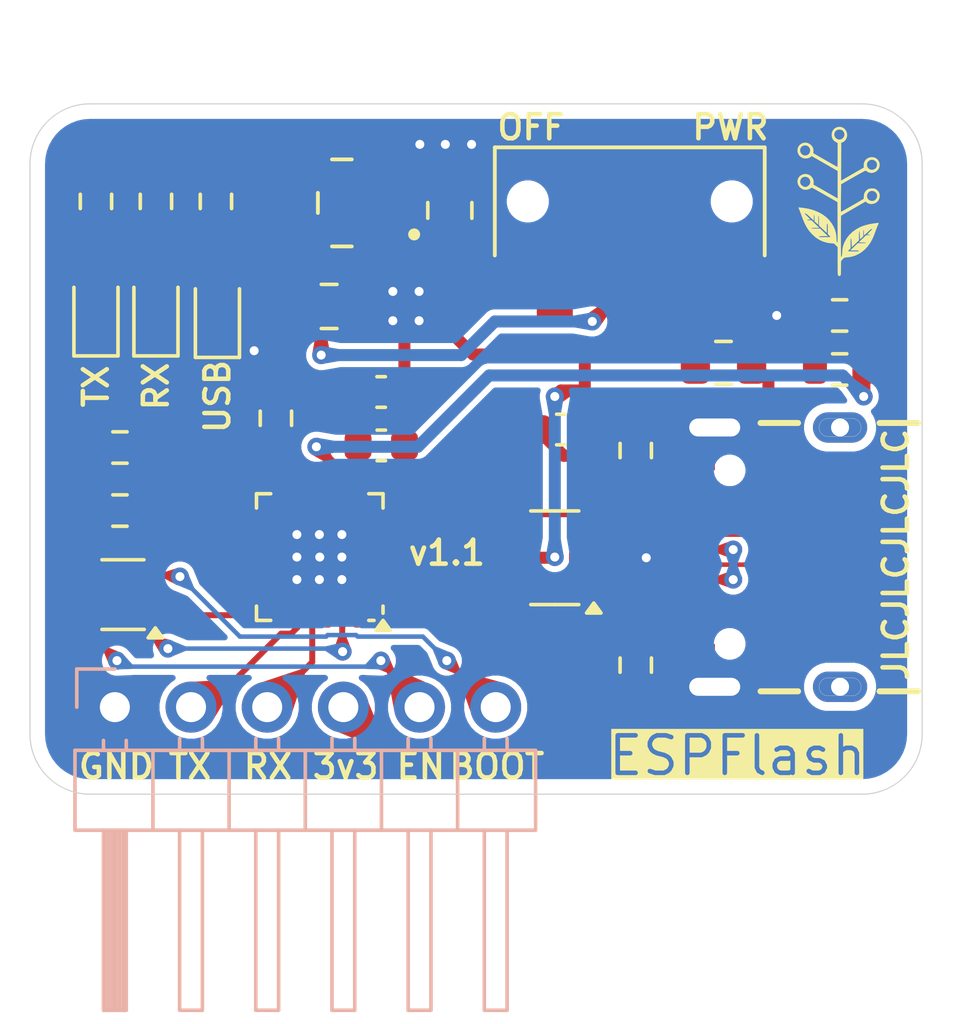
<source format=kicad_pcb>
(kicad_pcb (version 20241229) (generator "pcbnew") (generator_version "9.0")
  (title_block (date "2025-03-20") (company "Wattle Labs"))
  (layers (0 "F.Cu" signal "Front") (2 "B.Cu" signal "Back") (13 "F.Paste" user) (15 "B.Paste" user) (5 "F.SilkS" user "F.Silkscreen") (7 "B.SilkS" user "B.Silkscreen") (1 "F.Mask" user) (3 "B.Mask" user) (25 "Edge.Cuts" user))
  (property "DESIGNER" "Colin Williams")
  (property "PROJECT" "YAOEF (Yet Another Open ESP Flasher)")
  (property "STATUS" "PROTOTYPE")
  (net 0 "")
  (net 1 "GND")
  (net 2 "+5V")
  (net 3 "+3.3V")
  (net 4 "/USB to Serial Converter/LED_TX")
  (net 5 "Net-(D2-A)")
  (net 6 "Net-(D3-A)")
  (net 7 "/USB to Serial Converter/LED_RX")
  (net 8 "/USB C Connector/USB_5+")
  (net 9 "/USB to Serial Converter/ENABLE")
  (net 10 "/USB to Serial Converter/ESP_RX")
  (net 11 "/USB to Serial Converter/BOOT")
  (net 12 "/USB to Serial Converter/ESP_TX")
  (net 13 "Net-(Q1B-B2)")
  (net 14 "/USB to Serial Converter/RTS")
  (net 15 "/USB to Serial Converter/DTR")
  (net 16 "Net-(Q1A-B1)")
  (net 17 "Net-(D1-A)")
  (net 18 "Net-(J1-CC1)")
  (net 19 "Net-(J1-CC2)")
  (net 20 "Net-(U3-~{RST})")
  (net 21 "/USB C Connector/USB_DIN+")
  (net 22 "/USB C Connector/USB_DIN-")
  (net 30 "unconnected-(U3-~{DSR}-Pad22)")
  (net 34 "Net-(U3-VBUS)")
  (net 39 "/3.3V DC Power/ESPFLASH_PWR")
  (footprint "Fuse:Fuse_0805_2012Metric" (layer "F.Cu") (at 60.125 29.875 180)
    (property "Reference" "F1" (hide yes))
    (property "Value" "6V 500mA")
    (pad "1" smd roundrect (at -0.937501 0 180) (size 0.975 1.4) (layers "F.Cu" "F.Mask" "F.Paste") (net 8 "/USB C Connector/USB_5+"))
    (pad "2" smd roundrect (at 0.937501 0 180) (size 0.975 1.4) (layers "F.Cu" "F.Mask" "F.Paste") (net 2 "+5V"))
  )
  (footprint "LED_SMD:LED_0603_1608Metric" (layer "F.Cu") (at 43.249999 28.212499 90)
    (property "Reference" "D1")
    (property "Value" "POWER" (hide yes))
    (property "Silk" "USB" (at -2.787501 0 90) (layer "F.SilkS") (effects (font (size 0.8 0.8))))
    (pad "1" smd roundrect (at -0.787501 0 90) (size 0.875 0.95) (layers "F.Cu" "F.Mask" "F.Paste") (net 1 "GND"))
    (pad "2" smd roundrect (at 0.787501 0 90) (size 0.875 0.95) (layers "F.Cu" "F.Mask" "F.Paste") (net 17 "Net-(D1-A)"))
  )
  (footprint "Wattle_Switches:SW_JS102011SAQN" (layer "F.Cu") (at 57 24.5 180)
    (property "Reference" "S1" (hide yes))
    (property "Value" "JS102011SAQN")
    (pad "" np_thru_hole circle (at -3.4 0 180) (size 1 1) (drill 1) (layers "*.Cu" "*.Mask"))
    (pad "" np_thru_hole circle (at 3.4 0 180) (size 1 1) (drill 1) (layers "*.Cu" "*.Mask"))
    (pad "1" smd rect (at -2.5 -2.75 180) (size 1.2 2.5) (layers "F.Cu" "F.Mask" "F.Paste") (net 39 "/3.3V DC Power/ESPFLASH_PWR"))
    (pad "2" smd rect (at 0 -2.75 180) (size 1.2 2.5) (layers "F.Cu" "F.Mask" "F.Paste") (net 3 "+3.3V"))
    (pad "3" smd rect (at 2.5 -2.75 180) (size 1.2 2.5) (layers "F.Cu" "F.Mask" "F.Paste"))
  )
  (footprint "Resistor_SMD:R_0603_1608Metric" (layer "F.Cu") (at 64 28.3)
    (property "Reference" "R10" (hide yes))
    (property "Value" "47k5")
    (pad "1" smd roundrect (at -0.825 0) (size 0.8 0.95) (layers "F.Cu" "F.Mask" "F.Paste") (net 1 "GND"))
    (pad "2" smd roundrect (at 0.825 0) (size 0.8 0.95) (layers "F.Cu" "F.Mask" "F.Paste") (net 34 "Net-(U3-VBUS)"))
  )
  (footprint "LED_SMD:LED_0603_1608Metric" (layer "F.Cu") (at 41.2 28.162498 90)
    (property "Reference" "D3")
    (property "Value" "RX" (at -2.5 0 90) (layer "F.SilkS") (effects (font (size 0.8 0.8))))
    (pad "1" smd roundrect (at -0.787501 0 90) (size 0.875 0.95) (layers "F.Cu" "F.Mask" "F.Paste") (net 7 "/USB to Serial Converter/LED_RX"))
    (pad "2" smd roundrect (at 0.787501 0 90) (size 0.875 0.95) (layers "F.Cu" "F.Mask" "F.Paste") (net 6 "Net-(D3-A)"))
  )
  (footprint "Resistor_SMD:R_0603_1608Metric" (layer "F.Cu") (at 57.2 32.8 90)
    (property "Reference" "R3" (hide yes))
    (property "Value" "5k1")
    (pad "1" smd roundrect (at -0.825 0 90) (size 0.8 0.95) (layers "F.Cu" "F.Mask" "F.Paste") (net 19 "Net-(J1-CC2)"))
    (pad "2" smd roundrect (at 0.825 0 90) (size 0.8 0.95) (layers "F.Cu" "F.Mask" "F.Paste") (net 1 "GND"))
  )
  (footprint "Resistor_SMD:R_0603_1608Metric" (layer "F.Cu") (at 40 34.8)
    (property "Reference" "R7" (hide yes))
    (property "Value" "10k")
    (pad "1" smd roundrect (at -0.825 0) (size 0.8 0.95) (layers "F.Cu" "F.Mask" "F.Paste") (net 15 "/USB to Serial Converter/DTR"))
    (pad "2" smd roundrect (at 0.825 0) (size 0.8 0.95) (layers "F.Cu" "F.Mask" "F.Paste") (net 16 "Net-(Q1A-B1)"))
  )
  (footprint "Package_TO_SOT_SMD:SOT-363_SC-70-6" (layer "F.Cu") (at 40.1 37.6 180)
    (property "Reference" "Q1" (hide yes))
    (property "Value" "MMDT3904")
    (pad "1" smd roundrect (at -0.95 -0.65 180) (size 0.65 0.4) (layers "F.Cu" "F.Mask" "F.Paste") (net 14 "/USB to Serial Converter/RTS"))
    (pad "2" smd roundrect (at -0.949999 0 180) (size 0.65 0.4) (layers "F.Cu" "F.Mask" "F.Paste") (net 16 "Net-(Q1A-B1)"))
    (pad "3" smd roundrect (at -0.95 0.65 180) (size 0.65 0.4) (layers "F.Cu" "F.Mask" "F.Paste") (net 11 "/USB to Serial Converter/BOOT"))
    (pad "4" smd roundrect (at 0.95 0.65 180) (size 0.65 0.4) (layers "F.Cu" "F.Mask" "F.Paste") (net 15 "/USB to Serial Converter/DTR"))
    (pad "5" smd roundrect (at 0.949999 0 180) (size 0.65 0.4) (layers "F.Cu" "F.Mask" "F.Paste") (net 13 "Net-(Q1B-B2)"))
    (pad "6" smd roundrect (at 0.95 -0.65 180) (size 0.65 0.4) (layers "F.Cu" "F.Mask" "F.Paste") (net 9 "/USB to Serial Converter/ENABLE"))
  )
  (footprint "Capacitor_SMD:C_0603_1608Metric" (layer "F.Cu") (at 48.71 30.85)
    (property "Reference" "C4" (hide yes))
    (property "Value" "4.7u")
    (pad "1" smd roundrect (at -0.775 0) (size 0.9 0.95) (layers "F.Cu" "F.Mask" "F.Paste") (net 3 "+3.3V"))
    (pad "2" smd roundrect (at 0.775 0) (size 0.9 0.95) (layers "F.Cu" "F.Mask" "F.Paste") (net 1 "GND"))
  )
  (footprint "LED_SMD:LED_0603_1608Metric" (layer "F.Cu") (at 39.199999 28.1625 90)
    (property "Reference" "D2")
    (property "Value" "TX" (at -2.5 0 90) (layer "F.SilkS") (effects (font (size 0.8 0.8))))
    (pad "1" smd roundrect (at -0.787501 0 90) (size 0.875 0.95) (layers "F.Cu" "F.Mask" "F.Paste") (net 4 "/USB to Serial Converter/LED_TX"))
    (pad "2" smd roundrect (at 0.787501 0 90) (size 0.875 0.95) (layers "F.Cu" "F.Mask" "F.Paste") (net 5 "Net-(D2-A)"))
  )
  (footprint "Resistor_SMD:R_0603_1608Metric" (layer "F.Cu") (at 41.200001 24.5 90)
    (property "Reference" "R6" (hide yes))
    (property "Value" "1k")
    (pad "1" smd roundrect (at -0.825 0 90) (size 0.8 0.95) (layers "F.Cu" "F.Mask" "F.Paste") (net 6 "Net-(D3-A)"))
    (pad "2" smd roundrect (at 0.825 0 90) (size 0.8 0.95) (layers "F.Cu" "F.Mask" "F.Paste") (net 3 "+3.3V"))
  )
  (footprint "Capacitor_SMD:C_0603_1608Metric" (layer "F.Cu") (at 48.715 32.63)
    (property "Reference" "C5" (hide yes))
    (property "Value" "100n")
    (pad "1" smd roundrect (at -0.775 0) (size 0.9 0.95) (layers "F.Cu" "F.Mask" "F.Paste") (net 3 "+3.3V"))
    (pad "2" smd roundrect (at 0.775 0) (size 0.9 0.95) (layers "F.Cu" "F.Mask" "F.Paste") (net 1 "GND"))
  )
  (footprint "LOGO" (layer "F.Cu") (at 64 24.5)
    (property "Reference" "G***" (hide yes))
    (property "Value" "LOGO" (hide yes))
  )
  (footprint "Resistor_SMD:R_0603_1608Metric" (layer "F.Cu") (at 57.2 39.95 -90)
    (property "Reference" "R2" (hide yes))
    (property "Value" "5k1")
    (pad "1" smd roundrect (at -0.825 0 270) (size 0.8 0.95) (layers "F.Cu" "F.Mask" "F.Paste") (net 18 "Net-(J1-CC1)"))
    (pad "2" smd roundrect (at 0.825 0 270) (size 0.8 0.95) (layers "F.Cu" "F.Mask" "F.Paste") (net 1 "GND"))
  )
  (footprint "Capacitor_SMD:C_0805_2012Metric" (layer "F.Cu") (at 46.975 28)
    (property "Reference" "C2" (hide yes))
    (property "Value" "10u")
    (pad "1" smd roundrect (at -0.95 0) (size 1 1.45) (layers "F.Cu" "F.Mask" "F.Paste") (net 3 "+3.3V"))
    (pad "2" smd roundrect (at 0.95 0) (size 1 1.45) (layers "F.Cu" "F.Mask" "F.Paste") (net 1 "GND"))
  )
  (footprint "Wattle_Regulators:TLV75533PDBVR" (layer "F.Cu") (at 47.4 24.55 180)
    (property "Reference" "U1" (hide yes))
    (property "Value" "TLV75533PDBVR")
    (pad "1" smd roundrect (at -1.255 -0.949999 180) (size 1.21 0.59) (layers "F.Cu" "F.Mask" "F.Paste") (net 2 "+5V"))
    (pad "2" smd roundrect (at -1.255 0 180) (size 1.21 0.59) (layers "F.Cu" "F.Mask" "F.Paste") (net 1 "GND"))
    (pad "3" smd roundrect (at -1.255 0.949999 180) (size 1.21 0.59) (layers "F.Cu" "F.Mask" "F.Paste") (net 2 "+5V"))
    (pad "4" smd roundrect (at 1.255 0.949999 180) (size 1.21 0.59) (layers "F.Cu" "F.Mask" "F.Paste"))
    (pad "5" smd roundrect (at 1.255 -0.949999 180) (size 1.21 0.59) (layers "F.Cu" "F.Mask" "F.Paste") (net 3 "+3.3V"))
  )
  (footprint "Wattle_Connectors:GCT_USB4105-GF-A-120" (layer "F.Cu") (at 64.0125 36.3525 90)
    (property "Reference" "J1" (hide yes))
    (property "Value" "USB-C-16P (USB 2.0 only)")
    (fp_line (start 4.62 -0.4) (end 4.62 0.4) (stroke (width 0.01)) (layer "Edge.Cuts"))
    (fp_line (start -4.02 -0.4) (end -4.02 0.4) (stroke (width 0.01)) (layer "Edge.Cuts"))
    (fp_line (start 4.02 0.4) (end 4.02 -0.4) (stroke (width 0.01)) (layer "Edge.Cuts"))
    (fp_line (start -4.62 0.4) (end -4.62 -0.4) (stroke (width 0.01)) (layer "Edge.Cuts"))
    (fp_arc (start 4.32 -0.7) (mid 4.532132 -0.612132) (end 4.62 -0.4) (stroke (width 0.01)) (layer "Edge.Cuts"))
    (fp_arc (start -4.32 -0.7) (mid -4.107868 -0.612132) (end -4.02 -0.4) (stroke (width 0.01)) (layer "Edge.Cuts"))
    (fp_arc (start 4.02 -0.4) (mid 4.107868 -0.612132) (end 4.32 -0.7) (stroke (width 0.01)) (layer "Edge.Cuts"))
    (fp_arc (start -4.62 -0.4) (mid -4.532132 -0.612132) (end -4.32 -0.7) (stroke (width 0.01)) (layer "Edge.Cuts"))
    (fp_arc (start 4.62 0.4) (mid 4.532132 0.612132) (end 4.32 0.7) (stroke (width 0.01)) (layer "Edge.Cuts"))
    (fp_arc (start -4.02 0.4) (mid -4.107868 0.612132) (end -4.32 0.7) (stroke (width 0.01)) (layer "Edge.Cuts"))
    (fp_arc (start 4.32 0.7) (mid 4.107868 0.612132) (end 4.02 0.4) (stroke (width 0.01)) (layer "Edge.Cuts"))
    (fp_arc (start -4.32 0.7) (mid -4.532132 0.612132) (end -4.62 0.4) (stroke (width 0.01)) (layer "Edge.Cuts"))
    (pad "" thru_hole custom (at -4.32 0 90) (size 1 1) (drill 0.6) (layers "*.Cu" "*.Mask") (options (clearance outline) (anchor circle)) (primitives (gr_poly (pts (xy -0.5 0) (xy -0.5 -0.4) (xy -0.499 -0.426) (xy -0.497 -0.452) (xy -0.494 -0.478) (xy -0.489 -0.504) (xy -0.483 -0.529) (xy -0.476 -0.555) (xy -0.467 -0.579) (xy -0.457 -0.603) (xy -0.446 -0.627) (xy -0.433 -0.65) (xy -0.419 -0.672) (xy -0.405 -0.694) (xy -0.389 -0.715) (xy -0.372 -0.735) (xy -0.354 -0.754) (xy -0.335 -0.772) (xy -0.315 -0.789) (xy -0.294 -0.805) (xy -0.272 -0.819) (xy -0.25 -0.833) (xy -0.227 -0.846) (xy -0.203 -0.857) (xy -0.179 -0.867) (xy -0.155 -0.876) (xy -0.129 -0.883) (xy -0.104 -0.889) (xy -0.078 -0.894) (xy -0.052 -0.897) (xy -0.026 -0.899) (xy 0 -0.9) (xy 0.026 -0.899) (xy 0.052 -0.897) (xy 0.078 -0.894) (xy 0.104 -0.889) (xy 0.129 -0.883) (xy 0.155 -0.876) (xy 0.179 -0.867) (xy 0.203 -0.857) (xy 0.227 -0.846) (xy 0.25 -0.833) (xy 0.272 -0.819) (xy 0.294 -0.805) (xy 0.315 -0.789) (xy 0.335 -0.772) (xy 0.354 -0.754) (xy 0.372 -0.735) (xy 0.389 -0.715) (xy 0.405 -0.694) (xy 0.419 -0.672) (xy 0.433 -0.65) (xy 0.446 -0.627) (xy 0.457 -0.603) (xy 0.467 -0.579) (xy 0.476 -0.555) (xy 0.483 -0.529) (xy 0.489 -0.504) (xy 0.494 -0.478) (xy 0.497 -0.452) (xy 0.499 -0.426) (xy 0.5 -0.4) (xy 0.5 0) (xy 0.5 0.4) (xy 0.499 0.426) (xy 0.497 0.452) (xy 0.494 0.478) (xy 0.489 0.504) (xy 0.483 0.529) (xy 0.476 0.555) (xy 0.467 0.579) (xy 0.457 0.603) (xy 0.446 0.627) (xy 0.433 0.65) (xy 0.419 0.672) (xy 0.405 0.694) (xy 0.389 0.715) (xy 0.372 0.735) (xy 0.354 0.754) (xy 0.335 0.772) (xy 0.315 0.789) (xy 0.294 0.805) (xy 0.272 0.819) (xy 0.25 0.833) (xy 0.227 0.846) (xy 0.203 0.857) (xy 0.179 0.867) (xy 0.155 0.876) (xy 0.129 0.883) (xy 0.104 0.889) (xy 0.078 0.894) (xy 0.052 0.897) (xy 0.026 0.899) (xy 0 0.9) (xy -0.026 0.899) (xy -0.052 0.897) (xy -0.078 0.894) (xy -0.104 0.889) (xy -0.129 0.883) (xy -0.155 0.876) (xy -0.179 0.867) (xy -0.203 0.857) (xy -0.227 0.846) (xy -0.25 0.833) (xy -0.272 0.819) (xy -0.294 0.805) (xy -0.315 0.789) (xy -0.335 0.772) (xy -0.354 0.754) (xy -0.372 0.735) (xy -0.389 0.715) (xy -0.405 0.694) (xy -0.419 0.672) (xy -0.433 0.65) (xy -0.446 0.627) (xy -0.457 0.603) (xy -0.467 0.579) (xy -0.476 0.555) (xy -0.483 0.529) (xy -0.489 0.504) (xy -0.494 0.478) (xy -0.497 0.452) (xy -0.499 0.426) (xy -0.5 0.4) (xy -0.5 0)) (width 0.01) (fill yes))))
    (pad "" np_thru_hole circle (at -2.89 -3.68 90) (size 0.65 0.65) (drill 0.65) (layers "*.Cu" "*.Mask"))
    (pad "" np_thru_hole circle (at 2.89 -3.68 90) (size 0.65 0.65) (drill 0.65) (layers "*.Cu" "*.Mask"))
    (pad "" thru_hole custom (at 4.32 0 90) (size 1 1) (drill 0.6) (layers "*.Cu" "*.Mask") (options (clearance outline) (anchor circle)) (primitives (gr_poly (pts (xy -0.5 0) (xy -0.5 -0.4) (xy -0.499 -0.426) (xy -0.497 -0.452) (xy -0.494 -0.478) (xy -0.489 -0.504) (xy -0.483 -0.529) (xy -0.476 -0.555) (xy -0.467 -0.579) (xy -0.457 -0.603) (xy -0.446 -0.627) (xy -0.433 -0.65) (xy -0.419 -0.672) (xy -0.405 -0.694) (xy -0.389 -0.715) (xy -0.372 -0.735) (xy -0.354 -0.754) (xy -0.335 -0.772) (xy -0.315 -0.789) (xy -0.294 -0.805) (xy -0.272 -0.819) (xy -0.25 -0.833) (xy -0.227 -0.846) (xy -0.203 -0.857) (xy -0.179 -0.867) (xy -0.155 -0.876) (xy -0.129 -0.883) (xy -0.104 -0.889) (xy -0.078 -0.894) (xy -0.052 -0.897) (xy -0.026 -0.899) (xy 0 -0.9) (xy 0.026 -0.899) (xy 0.052 -0.897) (xy 0.078 -0.894) (xy 0.104 -0.889) (xy 0.129 -0.883) (xy 0.155 -0.876) (xy 0.179 -0.867) (xy 0.203 -0.857) (xy 0.227 -0.846) (xy 0.25 -0.833) (xy 0.272 -0.819) (xy 0.294 -0.805) (xy 0.315 -0.789) (xy 0.335 -0.772) (xy 0.354 -0.754) (xy 0.372 -0.735) (xy 0.389 -0.715) (xy 0.405 -0.694) (xy 0.419 -0.672) (xy 0.433 -0.65) (xy 0.446 -0.627) (xy 0.457 -0.603) (xy 0.467 -0.579) (xy 0.476 -0.555) (xy 0.483 -0.529) (xy 0.489 -0.504) (xy 0.494 -0.478) (xy 0.497 -0.452) (xy 0.499 -0.426) (xy 0.5 -0.4) (xy 0.5 0) (xy 0.5 0.4) (xy 0.499 0.426) (xy 0.497 0.452) (xy 0.494 0.478) (xy 0.489 0.504) (xy 0.483 0.529) (xy 0.476 0.555) (xy 0.467 0.579) (xy 0.457 0.603) (xy 0.446 0.627) (xy 0.433 0.65) (xy 0.419 0.672) (xy 0.405 0.694) (xy 0.389 0.715) (xy 0.372 0.735) (xy 0.354 0.754) (xy 0.335 0.772) (xy 0.315 0.789) (xy 0.294 0.805) (xy 0.272 0.819) (xy 0.25 0.833) (xy 0.227 0.846) (xy 0.203 0.857) (xy 0.179 0.867) (xy 0.155 0.876) (xy 0.129 0.883) (xy 0.104 0.889) (xy 0.078 0.894) (xy 0.052 0.897) (xy 0.026 0.899) (xy 0 0.9) (xy -0.026 0.899) (xy -0.052 0.897) (xy -0.078 0.894) (xy -0.104 0.889) (xy -0.129 0.883) (xy -0.155 0.876) (xy -0.179 0.867) (xy -0.203 0.857) (xy -0.227 0.846) (xy -0.25 0.833) (xy -0.272 0.819) (xy -0.294 0.805) (xy -0.315 0.789) (xy -0.335 0.772) (xy -0.354 0.754) (xy -0.372 0.735) (xy -0.389 0.715) (xy -0.405 0.694) (xy -0.419 0.672) (xy -0.433 0.65) (xy -0.446 0.627) (xy -0.457 0.603) (xy -0.467 0.579) (xy -0.476 0.555) (xy -0.483 0.529) (xy -0.489 0.504) (xy -0.494 0.478) (xy -0.497 0.452) (xy -0.499 0.426) (xy -0.5 0.4) (xy -0.5 0)) (width 0.01) (fill yes))))
    (pad "A1" smd rect (at -3.2 -4.75 90) (size 0.6 1.15) (layers "F.Cu" "F.Mask" "F.Paste") (net 1 "GND"))
    (pad "A4" smd rect (at -2.4 -4.75 90) (size 0.6 1.15) (layers "F.Cu" "F.Mask" "F.Paste") (net 8 "/USB C Connector/USB_5+"))
    (pad "A5" smd rect (at -1.25 -4.755 90) (size 0.3 1.15) (layers "F.Cu" "F.Mask" "F.Paste") (net 18 "Net-(J1-CC1)"))
    (pad "A6" smd rect (at -0.25 -4.755 90) (size 0.3 1.15) (layers "F.Cu" "F.Mask" "F.Paste") (net 21 "/USB C Connector/USB_DIN+"))
    (pad "A7" smd rect (at 0.25 -4.755 90) (size 0.3 1.15) (layers "F.Cu" "F.Mask" "F.Paste") (net 22 "/USB C Connector/USB_DIN-"))
    (pad "A8" smd rect (at 1.25 -4.755 90) (size 0.3 1.15) (layers "F.Cu" "F.Mask" "F.Paste"))
    (pad "A9" smd rect (at 2.4 -4.755 90) (size 0.6 1.15) (layers "F.Cu" "F.Mask" "F.Paste") (net 8 "/USB C Connector/USB_5+"))
    (pad "A12" smd rect (at 3.2 -4.75 90) (size 0.6 1.15) (layers "F.Cu" "F.Mask" "F.Paste") (net 1 "GND"))
    (pad "B1" smd rect (at 3.2 -4.755 90) (size 0.6 1.15) (layers "F.Cu" "F.Mask" "F.Paste") (net 1 "GND"))
    (pad "B4" smd rect (at 2.4 -4.75 90) (size 0.6 1.15) (layers "F.Cu" "F.Mask" "F.Paste") (net 8 "/USB C Connector/USB_5+"))
    (pad "B5" smd rect (at 1.75 -4.755 90) (size 0.3 1.15) (layers "F.Cu" "F.Mask" "F.Paste") (net 19 "Net-(J1-CC2)"))
    (pad "B6" smd rect (at 0.75 -4.755 90) (size 0.3 1.15) (layers "F.Cu" "F.Mask" "F.Paste") (net 21 "/USB C Connector/USB_DIN+"))
    (pad "B7" smd rect (at -0.75 -4.755 90) (size 0.3 1.15) (layers "F.Cu" "F.Mask" "F.Paste") (net 22 "/USB C Connector/USB_DIN-"))
    (pad "B8" smd rect (at -1.75 -4.755 90) (size 0.3 1.15) (layers "F.Cu" "F.Mask" "F.Paste"))
    (pad "B9" smd rect (at -2.4 -4.755 90) (size 0.6 1.15) (layers "F.Cu" "F.Mask" "F.Paste") (net 8 "/USB C Connector/USB_5+"))
    (pad "B12" smd rect (at -3.2 -4.755 90) (size 0.6 1.15) (layers "F.Cu" "F.Mask" "F.Paste") (net 1 "GND"))
    (pad "S1" thru_hole oval (at -4.32 -4.18 90) (size 1 2.1) (drill oval 0.6 1.7) (layers "*.Cu" "*.Mask") (net 1 "GND"))
    (pad "S1" thru_hole oval (at 4.32 -4.18 90) (size 1 2.1) (drill oval 0.6 1.7) (layers "*.Cu" "*.Mask") (net 1 "GND"))
  )
  (footprint "Resistor_SMD:R_0603_1608Metric" (layer "F.Cu") (at 40 32.7 180)
    (property "Reference" "R8" (hide yes))
    (property "Value" "10k")
    (pad "1" smd roundrect (at -0.825 0 180) (size 0.8 0.95) (layers "F.Cu" "F.Mask" "F.Paste") (net 14 "/USB to Serial Converter/RTS"))
    (pad "2" smd roundrect (at 0.825 0 180) (size 0.8 0.95) (layers "F.Cu" "F.Mask" "F.Paste") (net 13 "Net-(Q1B-B2)"))
  )
  (footprint "Resistor_SMD:R_0603_1608Metric" (layer "F.Cu") (at 39.2 24.499997 90)
    (property "Reference" "R5" (hide yes))
    (property "Value" "1k")
    (pad "1" smd roundrect (at -0.825 0 90) (size 0.8 0.95) (layers "F.Cu" "F.Mask" "F.Paste") (net 5 "Net-(D2-A)"))
    (pad "2" smd roundrect (at 0.825 0 90) (size 0.8 0.95) (layers "F.Cu" "F.Mask" "F.Paste") (net 3 "+3.3V"))
  )
  (footprint "Package_DFN_QFN:QFN-24-1EP_4x4mm_P0.5mm_EP2.6x2.6mm" (layer "F.Cu") (at 46.6625 36.35 180)
    (property "Reference" "U3" (hide yes))
    (property "Value" "CP2102N-Axx-xQFN24")
    (pad "1" smd roundrect (at -1.9375 -1.25 180) (size 0.825 0.25) (layers "F.Cu" "F.Mask" "F.Paste"))
    (pad "2" smd roundrect (at -1.937499 -0.75 180) (size 0.825 0.25) (layers "F.Cu" "F.Mask" "F.Paste") (net 1 "GND"))
    (pad "3" smd roundrect (at -1.9375 -0.25 180) (size 0.825 0.25) (layers "F.Cu" "F.Mask" "F.Paste") (net 21 "/USB C Connector/USB_DIN+"))
    (pad "4" smd roundrect (at -1.9375 0.25 180) (size 0.825 0.25) (layers "F.Cu" "F.Mask" "F.Paste") (net 22 "/USB C Connector/USB_DIN-"))
    (pad "5" smd roundrect (at -1.937499 0.75 180) (size 0.825 0.25) (layers "F.Cu" "F.Mask" "F.Paste") (net 3 "+3.3V"))
    (pad "6" smd roundrect (at -1.9375 1.25 180) (size 0.825 0.25) (layers "F.Cu" "F.Mask" "F.Paste") (net 3 "+3.3V"))
    (pad "7" smd roundrect (at -1.25 1.9375 180) (size 0.25 0.825) (layers "F.Cu" "F.Mask" "F.Paste") (net 3 "+3.3V"))
    (pad "8" smd roundrect (at -0.75 1.937499 180) (size 0.25 0.825) (layers "F.Cu" "F.Mask" "F.Paste") (net 34 "Net-(U3-VBUS)"))
    (pad "9" smd roundrect (at -0.25 1.9375 180) (size 0.25 0.825) (layers "F.Cu" "F.Mask" "F.Paste") (net 20 "Net-(U3-~{RST})"))
    (pad "10" smd roundrect (at 0.25 1.9375 180) (size 0.25 0.825) (layers "F.Cu" "F.Mask" "F.Paste"))
    (pad "11" smd roundrect (at 0.75 1.937499 180) (size 0.25 0.825) (layers "F.Cu" "F.Mask" "F.Paste"))
    (pad "12" smd roundrect (at 1.25 1.9375 180) (size 0.25 0.825) (layers "F.Cu" "F.Mask" "F.Paste"))
    (pad "13" smd roundrect (at 1.9375 1.25 180) (size 0.825 0.25) (layers "F.Cu" "F.Mask" "F.Paste") (net 7 "/USB to Serial Converter/LED_RX"))
    (pad "14" smd roundrect (at 1.937499 0.75 180) (size 0.825 0.25) (layers "F.Cu" "F.Mask" "F.Paste") (net 4 "/USB to Serial Converter/LED_TX"))
    (pad "15" smd roundrect (at 1.9375 0.25 180) (size 0.825 0.25) (layers "F.Cu" "F.Mask" "F.Paste"))
    (pad "16" smd roundrect (at 1.9375 -0.25 180) (size 0.825 0.25) (layers "F.Cu" "F.Mask" "F.Paste"))
    (pad "17" smd roundrect (at 1.937499 -0.75 180) (size 0.825 0.25) (layers "F.Cu" "F.Mask" "F.Paste"))
    (pad "18" smd roundrect (at 1.9375 -1.25 180) (size 0.825 0.25) (layers "F.Cu" "F.Mask" "F.Paste"))
    (pad "19" smd roundrect (at 1.25 -1.9375 180) (size 0.25 0.825) (layers "F.Cu" "F.Mask" "F.Paste") (net 14 "/USB to Serial Converter/RTS"))
    (pad "20" smd roundrect (at 0.75 -1.937499 180) (size 0.25 0.825) (layers "F.Cu" "F.Mask" "F.Paste") (net 12 "/USB to Serial Converter/ESP_TX"))
    (pad "21" smd roundrect (at 0.25 -1.9375 180) (size 0.25 0.825) (layers "F.Cu" "F.Mask" "F.Paste") (net 10 "/USB to Serial Converter/ESP_RX"))
    (pad "22" smd roundrect (at -0.25 -1.9375 180) (size 0.25 0.825) (layers "F.Cu" "F.Mask" "F.Paste") (net 30 "unconnected-(U3-~{DSR}-Pad22)"))
    (pad "23" smd roundrect (at -0.75 -1.937499 180) (size 0.25 0.825) (layers "F.Cu" "F.Mask" "F.Paste") (net 15 "/USB to Serial Converter/DTR"))
    (pad "24" smd roundrect (at -1.25 -1.9375 180) (size 0.25 0.825) (layers "F.Cu" "F.Mask" "F.Paste"))
    (pad "25" smd rect (at 0 0 180) (size 2.6 2.6) (property pad_prop_heatsink) (layers "F.Cu" "F.Mask") (net 1 "GND"))
  )
  (footprint "Capacitor_SMD:C_0805_2012Metric" (layer "F.Cu") (at 51 24.8 90)
    (property "Reference" "C1" (hide yes))
    (property "Value" "10u")
    (pad "1" smd roundrect (at -0.949999 0 90) (size 1 1.45) (layers "F.Cu" "F.Mask" "F.Paste") (net 2 "+5V"))
    (pad "2" smd roundrect (at 0.949999 0 90) (size 1 1.45) (layers "F.Cu" "F.Mask" "F.Paste") (net 1 "GND"))
  )
  (footprint "Capacitor_SMD:C_0603_1608Metric" (layer "F.Cu") (at 54.7 32.1 180)
    (property "Reference" "C3" (hide yes))
    (property "Value" "100n")
    (pad "1" smd roundrect (at -0.775 0 180) (size 0.9 0.95) (layers "F.Cu" "F.Mask" "F.Paste") (net 2 "+5V"))
    (pad "2" smd roundrect (at 0.775 0 180) (size 0.9 0.95) (layers "F.Cu" "F.Mask" "F.Paste") (net 1 "GND"))
  )
  (footprint "Resistor_SMD:R_0603_1608Metric" (layer "F.Cu") (at 64 30.1 180)
    (property "Reference" "R9" (hide yes))
    (property "Value" "22k1")
    (pad "1" smd roundrect (at -0.825 0 180) (size 0.8 0.95) (layers "F.Cu" "F.Mask" "F.Paste") (net 34 "Net-(U3-VBUS)"))
    (pad "2" smd roundrect (at 0.825 0 180) (size 0.8 0.95) (layers "F.Cu" "F.Mask" "F.Paste") (net 2 "+5V"))
  )
  (footprint "Package_TO_SOT_SMD:SOT-23-6" (layer "F.Cu") (at 54.5 36.373106 180)
    (property "Reference" "U2" (hide yes))
    (property "Value" "USBLC6-4SC6")
    (pad "1" smd roundrect (at -1.1375 -0.949999 180) (size 1.325 0.6) (layers "F.Cu" "F.Mask" "F.Paste") (net 21 "/USB C Connector/USB_DIN+"))
    (pad "2" smd roundrect (at -1.1375 0 180) (size 1.325 0.6) (layers "F.Cu" "F.Mask" "F.Paste") (net 1 "GND"))
    (pad "3" smd roundrect (at -1.1375 0.949999 180) (size 1.325 0.6) (layers "F.Cu" "F.Mask" "F.Paste") (net 22 "/USB C Connector/USB_DIN-"))
    (pad "4" smd roundrect (at 1.1375 0.949999 180) (size 1.325 0.6) (layers "F.Cu" "F.Mask" "F.Paste"))
    (pad "5" smd roundrect (at 1.1375 0 180) (size 1.325 0.6) (layers "F.Cu" "F.Mask" "F.Paste") (net 2 "+5V"))
    (pad "6" smd roundrect (at 1.1375 -0.949999 180) (size 1.325 0.6) (layers "F.Cu" "F.Mask" "F.Paste"))
  )
  (footprint "Resistor_SMD:R_0603_1608Metric" (layer "F.Cu") (at 45.2 31.725 90)
    (property "Reference" "R4" (hide yes))
    (property "Value" "1k")
    (pad "1" smd roundrect (at -0.825 0 90) (size 0.8 0.95) (layers "F.Cu" "F.Mask" "F.Paste") (net 20 "Net-(U3-~{RST})"))
    (pad "2" smd roundrect (at 0.825 0 90) (size 0.8 0.95) (layers "F.Cu" "F.Mask" "F.Paste") (net 3 "+3.3V"))
  )
  (footprint "Resistor_SMD:R_0603_1608Metric" (layer "F.Cu") (at 43.200001 24.499998 90)
    (property "Reference" "R1" (hide yes))
    (property "Value" "4k7")
    (pad "1" smd roundrect (at -0.825 0 90) (size 0.8 0.95) (layers "F.Cu" "F.Mask" "F.Paste") (net 17 "Net-(D1-A)"))
    (pad "2" smd roundrect (at 0.825 0 90) (size 0.8 0.95) (layers "F.Cu" "F.Mask" "F.Paste") (net 3 "+3.3V"))
  )
  (footprint "Connector_PinHeader_2.54mm:PinHeader_1x06_P2.54mm_Horizontal" (layer "B.Cu") (at 39.83 41.35 -90)
    (property "Reference" "J2" (hide yes))
    (property "Value" "ESPFlash")
    (pad "1" thru_hole rect (at 0 0 270) (size 1.7 1.7) (drill 1) (layers "*.Cu" "*.Mask") (net 1 "GND"))
    (pad "2" thru_hole oval (at 0 -2.54 270) (size 1.7 1.7) (drill 1) (layers "*.Cu" "*.Mask") (net 12 "/USB to Serial Converter/ESP_TX"))
    (pad "3" thru_hole oval (at 0 -5.08 270) (size 1.7 1.7) (drill 1) (layers "*.Cu" "*.Mask") (net 10 "/USB to Serial Converter/ESP_RX"))
    (pad "4" thru_hole oval (at 0 -7.62 270) (size 1.7 1.7) (drill 1) (layers "*.Cu" "*.Mask") (net 39 "/3.3V DC Power/ESPFLASH_PWR"))
    (pad "5" thru_hole oval (at 0 -10.16 270) (size 1.7 1.7) (drill 1) (layers "*.Cu" "*.Mask") (net 9 "/USB to Serial Converter/ENABLE"))
    (pad "6" thru_hole oval (at 0 -12.7 270) (size 1.7 1.7) (drill 1) (layers "*.Cu" "*.Mask") (net 11 "/USB to Serial Converter/BOOT"))
  )
  (gr_arc (start 66.75 42.25) (mid 66.164214 43.664214) (end 64.75 44.25) (stroke (width 0.0381)) (layer "Edge.Cuts"))
  (gr_line (start 64.75 44.25) (end 39 44.25) (stroke (width 0.0381)) (layer "Edge.Cuts"))
  (gr_line (start 66.75 23.25) (end 66.75 42.25) (stroke (width 0.0381)) (layer "Edge.Cuts"))
  (gr_line (start 37 42.25) (end 37 23.25) (stroke (width 0.0381)) (layer "Edge.Cuts"))
  (gr_line (start 39 21.25) (end 64.75 21.25) (stroke (width 0.0381)) (layer "Edge.Cuts"))
  (gr_arc (start 37 23.25) (mid 37.585786 21.835786) (end 39 21.25) (stroke (width 0.0381)) (layer "Edge.Cuts"))
  (gr_arc (start 39 44.25) (mid 37.585786 43.664214) (end 37 42.25) (stroke (width 0.0381)) (layer "Edge.Cuts"))
  (gr_arc (start 64.75 21.25) (mid 66.164214 21.835786) (end 66.75 23.25) (stroke (width 0.0381)) (layer "Edge.Cuts"))
  (gr_text "JLCJLCJLCJLC" (at 66.35 40.55 90) (layer "F.SilkS") (effects (font (size 0.8128 0.8128) (thickness 0.1524) (bold yes)) (justify left bottom)))
  (gr_text "EN" (at 49.14 43.8 0) (layer "F.SilkS") (effects (font (size 0.8128 0.8128) (thickness 0.1524) (bold yes)) (justify left bottom)))
  (gr_text "3v3" (at 46.34 43.8 0) (layer "F.SilkS") (effects (font (size 0.8128 0.8128) (thickness 0.1524) (bold yes)) (justify left bottom)))
  (gr_text "PWR" (at 59 22.5 0) (layer "F.SilkS") (effects (font (size 0.8 0.8) (thickness 0.1524) (bold yes)) (justify left bottom)))
  (gr_text "ESPFlash" (at 56.2 43.7 0) (layer "F.SilkS" knockout) (effects (font (size 1.25 1.25) (thickness 0.1524) (bold yes)) (justify left bottom)))
  (gr_text "BOOT" (at 50.9 43.8 0) (layer "F.SilkS") (effects (font (size 0.8128 0.8128) (thickness 0.1524) (bold yes)) (justify left bottom)))
  (gr_text "TX" (at 41.54 43.8 0) (layer "F.SilkS") (effects (font (size 0.8128 0.8128) (thickness 0.1524) (bold yes)) (justify left bottom)))
  (gr_text "RX" (at 44.04 43.8 0) (layer "F.SilkS") (effects (font (size 0.8128 0.8128) (thickness 0.1524) (bold yes)) (justify left bottom)))
  (gr_text "GND" (at 38.54 43.8 0) (layer "F.SilkS") (effects (font (size 0.8128 0.8128) (thickness 0.1524) (bold yes)) (justify left bottom)))
  (gr_text "v1.1" (at 50.9 36.675 0) (layer "F.SilkS") (effects (font (size 0.8 0.8) (thickness 0.1524) (bold yes)) (justify bottom)))
  (gr_text "OFF" (at 52.5 22.5 0) (layer "F.SilkS") (effects (font (size 0.8 0.8) (thickness 0.1524) (bold yes)) (justify left bottom)))
  (segment (start 43.249999 29) (end 44 29) (width 0.4) (layer "F.Cu") (net 1))
  (segment (start 59.2625 33.1525) (end 59.2625 32.6025) (width 0.4) (layer "F.Cu") (net 1))
  (segment (start 54.801 32.976) (end 53.925 32.1) (width 0.4) (layer "F.Cu") (net 1))
  (segment (start 56.199 32.976) (end 54.801 32.976) (width 0.4) (layer "F.Cu") (net 1))
  (segment (start 49.485 28.965) (end 49.975 28.475) (width 0.4) (layer "F.Cu") (net 1))
  (segment (start 59.2625 39.5525) (end 58.4225 39.5525) (width 0.4) (layer "F.Cu") (net 1))
  (segment (start 57.55 36.373106) (end 55.6375 36.373106) (width 0.4) (layer "F.Cu") (net 1))
  (segment (start 59.2625 32.6025) (end 59.8325 32.0325) (width 0.4) (layer "F.Cu") (net 1))
  (segment (start 63.175 28.3) (end 61.9 28.3) (width 0.15) (layer "F.Cu") (net 1))
  (segment (start 44 29) (end 44.475 29.475) (width 0.4) (layer "F.Cu") (net 1))
  (segment (start 49.2 32.7) (end 49.35 32.7) (width 0.15) (layer "F.Cu") (net 1))
  (segment (start 49.35 32.975) (end 49.35 32.7) (width 0.2) (layer "F.Cu") (net 1))
  (segment (start 59.2625 39.5525) (end 59.2625 40.1025) (width 0.4) (layer "F.Cu") (net 1))
  (segment (start 57.375 31.975) (end 58.5525 33.1525) (width 0.4) (layer "F.Cu") (net 1))
  (segment (start 59.2625 40.1025) (end 59.8325 40.6725) (width 0.4) (layer "F.Cu") (net 1))
  (segment (start 48.599999 37.1) (end 47.4125 37.1) (width 0.2) (layer "F.Cu") (net 1))
  (segment (start 49.49 32.63) (end 49.49 30.855) (width 0.4) (layer "F.Cu") (net 1))
  (segment (start 49.485 30.85) (end 49.485 28.965) (width 0.4) (layer "F.Cu") (net 1))
  (segment (start 57.2 31.975) (end 56.199 32.976) (width 0.4) (layer "F.Cu") (net 1))
  (segment (start 58.4225 39.5525) (end 57.2 40.775) (width 0.4) (layer "F.Cu") (net 1))
  (segment (start 57.2 31.975) (end 57.375 31.975) (width 0.4) (layer "F.Cu") (net 1))
  (segment (start 58.5525 33.1525) (end 59.2625 33.1525) (width 0.4) (layer "F.Cu") (net 1))
  (segment (start 49.49 30.855) (end 49.485 30.85) (width 0.2) (layer "F.Cu") (net 1))
  (segment (start 55.476894 36.373106) (end 55.6375 36.373106) (width 0.4) (layer "F.Cu") (net 1))
  (via (at 50.85 22.6) (size 0.6) (drill 0.3) (layers "F.Cu" "B.Cu") (net 1))
  (via (at 47.4 35.6) (size 0.6) (drill 0.3) (layers "F.Cu" "B.Cu") (net 1))
  (via (at 45.9 35.6) (size 0.6) (drill 0.3) (layers "F.Cu" "B.Cu") (net 1))
  (via (at 51.725 22.6) (size 0.6) (drill 0.3) (layers "F.Cu" "B.Cu") (net 1))
  (via (at 49.1 28.475) (size 0.6) (drill 0.3) (layers "F.Cu" "B.Cu") (net 1))
  (via (at 50 22.6) (size 0.6) (drill 0.3) (layers "F.Cu" "B.Cu") (net 1))
  (via (at 46.65 35.6) (size 0.6) (drill 0.3) (layers "F.Cu" "B.Cu") (net 1))
  (via (at 46.6625 36.35) (size 0.6) (drill 0.3) (layers "F.Cu" "B.Cu") (net 1))
  (via (at 47.4 36.35) (size 0.6) (drill 0.3) (layers "F.Cu" "B.Cu") (net 1))
  (via (at 45.9 36.35) (size 0.6) (drill 0.3) (layers "F.Cu" "B.Cu") (net 1))
  (via (at 49.1 27.5) (size 0.6) (drill 0.3) (layers "F.Cu" "B.Cu") (net 1))
  (via (at 61.9 28.3) (size 0.6) (drill 0.3) (layers "F.Cu" "B.Cu") (net 1))
  (via (at 47.4 37.1) (size 0.6) (drill 0.3) (layers "F.Cu" "B.Cu") (net 1))
  (via (at 57.55 36.373106) (size 0.6) (drill 0.3) (layers "F.Cu" "B.Cu") (net 1))
  (via (at 49.975 27.5) (size 0.6) (drill 0.3) (layers "F.Cu" "B.Cu") (net 1))
  (via (at 46.65 37.1) (size 0.6) (drill 0.3) (layers "F.Cu" "B.Cu") (net 1))
  (via (at 45.9 37.1) (size 0.6) (drill 0.3) (layers "F.Cu" "B.Cu") (net 1))
  (via (at 44.475 29.475) (size 0.6) (drill 0.3) (layers "F.Cu" "B.Cu") (net 1))
  (via (at 49.975 28.475) (size 0.6) (drill 0.3) (layers "F.Cu" "B.Cu") (net 1))
  (segment (start 55.5 30.8) (end 55.5 29.6) (width 0.4) (layer "F.Cu") (net 2))
  (segment (start 47.44 23.98) (end 47.44 25.14) (width 0.15) (layer "F.Cu") (net 2))
  (segment (start 55.5 30.8) (end 54.7 30.8) (width 0.4) (layer "F.Cu") (net 2))
  (segment (start 56.7 29.6) (end 59.262499 29.6) (width 0.4) (layer "F.Cu") (net 2))
  (segment (start 47.819999 23.600001) (end 47.44 23.98) (width 0.15) (layer "F.Cu") (net 2))
  (segment (start 55.5 32.075) (end 55.475 32.1) (width 0.4) (layer "F.Cu") (net 2))
  (segment (start 47.799999 25.499999) (end 48.655 25.499999) (width 0.15) (layer "F.Cu") (net 2))
  (segment (start 47.44 25.14) (end 47.799999 25.499999) (width 0.15) (layer "F.Cu") (net 2))
  (segment (start 53.3625 36.373106) (end 54.476894 36.373106) (width 0.4) (layer "F.Cu") (net 2))
  (segment (start 61.974 28.899) (end 60.163499 28.899) (width 0.15) (layer "F.Cu") (net 2))
  (segment (start 51 28.825) (end 51.775 29.6) (width 0.4) (layer "F.Cu") (net 2))
  (segment (start 51.775 29.6) (end 56.7 29.6) (width 0.4) (layer "F.Cu") (net 2))
  (segment (start 54.7 30.8) (end 54.5 31) (width 0.4) (layer "F.Cu") (net 2))
  (segment (start 51 25.499999) (end 51 28.825) (width 0.4) (layer "F.Cu") (net 2))
  (segment (start 48.655 23.600001) (end 47.819999 23.600001) (width 0.15) (layer "F.Cu") (net 2))
  (segment (start 63.175 30.1) (end 61.974 28.899) (width 0.15) (layer "F.Cu") (net 2))
  (segment (start 55.5 30.8) (end 55.5 32.075) (width 0.4) (layer "F.Cu") (net 2))
  (segment (start 55.5 29.6) (end 56.7 29.6) (width 0.4) (layer "F.Cu") (net 2))
  (segment (start 54.476894 36.373106) (end 54.5 36.35) (width 0.4) (layer "F.Cu") (net 2))
  (segment (start 60.163499 28.899) (end 59.187499 29.875) (width 0.15) (layer "F.Cu") (net 2))
  (via (at 54.5 36.35) (size 0.6) (drill 0.3) (layers "F.Cu" "B.Cu") (net 2))
  (via (at 54.5 31) (size 0.6) (drill 0.3) (layers "F.Cu" "B.Cu") (net 2))
  (segment (start 54.5 36.35) (end 54.5 31) (width 0.4) (layer "B.Cu") (net 2))
  (segment (start 44.232499 23.587498) (end 46.145 25.499999) (width 0.4) (layer "F.Cu") (net 3))
  (segment (start 47.9125 32.6575) (end 47.94 32.63) (width 0.15) (layer "F.Cu") (net 3))
  (segment (start 39.2 23.587497) (end 43.437498 23.587497) (width 0.4) (layer "F.Cu") (net 3))
  (segment (start 47.9125 34.4125) (end 47.9125 32.6575) (width 0.15) (layer "F.Cu") (net 3))
  (segment (start 45.2 29.55) (end 45.2 28.825) (width 0.4) (layer "F.Cu") (net 3))
  (segment (start 47.94 32.63) (end 47.94 30.855) (width 0.4) (layer "F.Cu") (net 3))
  (segment (start 46.71 29.62) (end 46.71 28.685) (width 0.4) (layer "F.Cu") (net 3))
  (segment (start 47.94 30.855) (end 47.935 30.85) (width 0.15) (layer "F.Cu") (net 3))
  (segment (start 46.71 28.685) (end 46.025 28) (width 0.4) (layer "F.Cu") (net 3))
  (segment (start 55.75 28.5) (end 57 27.25) (width 0.4) (layer "F.Cu") (net 3))
  (segment (start 45.2 30.8125) (end 45.2 29.55) (width 0.4) (layer "F.Cu") (net 3))
  (segment (start 43.200001 23.587498) (end 44.232499 23.587498) (width 0.4) (layer "F.Cu") (net 3))
  (segment (start 45.2 28.825) (end 46.025 28) (width 0.4) (layer "F.Cu") (net 3))
  (segment (start 48.599999 35.6) (end 48.6 35.1) (width 0.15) (layer "F.Cu") (net 3))
  (segment (start 46.5 30.85) (end 45.2 29.55) (width 0.4) (layer "F.Cu") (net 3))
  (segment (start 47.9125 34.4125) (end 48.6 35.1) (width 0.15) (layer "F.Cu") (net 3))
  (segment (start 47.935 30.85) (end 46.5 30.85) (width 0.4) (layer "F.Cu") (net 3))
  (via (at 46.71 29.62) (size 0.6) (drill 0.3) (layers "F.Cu" "B.Cu") (net 3))
  (via (at 55.75 28.5) (size 0.6) (drill 0.3) (layers "F.Cu" "B.Cu") (net 3))
  (segment (start 52.5 28.5) (end 55.75 28.5) (width 0.4) (layer "B.Cu") (net 3))
  (segment (start 51.38 29.62) (end 52.5 28.5) (width 0.4) (layer "B.Cu") (net 3))
  (segment (start 46.71 29.62) (end 51.38 29.62) (width 0.4) (layer "B.Cu") (net 3))
  (segment (start 41.549661 32.837159) (end 41.549661 32.350339) (width 0.2) (layer "F.Cu") (net 4))
  (segment (start 44.725001 35.6) (end 44.312502 35.6) (width 0.2) (layer "F.Cu") (net 4))
  (segment (start 39.199999 30.000677) (end 39.199999 28.950001) (width 0.2) (layer "F.Cu") (net 4))
  (segment (start 41.549661 32.350339) (end 39.199999 30.000677) (width 0.2) (layer "F.Cu") (net 4))
  (segment (start 44.312502 35.6) (end 41.549661 32.837159) (width 0.2) (layer "F.Cu") (net 4))
  (segment (start 39.2 25.412497) (end 39.199999 27.374999) (width 0.15) (layer "F.Cu") (net 5))
  (segment (start 41.200001 25.4125) (end 41.2 27.374997) (width 0.15) (layer "F.Cu") (net 6))
  (segment (start 44.725 35.1) (end 41.2 31.575) (width 0.2) (layer "F.Cu") (net 7))
  (segment (start 41.2 31.575) (end 41.2 28.949999) (width 0.2) (layer "F.Cu") (net 7))
  (segment (start 59.2625 38.7525) (end 59.8475 38.7525) (width 0.3) (layer "F.Cu") (net 8))
  (segment (start 61.623799 33.26863) (end 61.623799 33.376201) (width 0.2) (layer "F.Cu") (net 8))
  (segment (start 61.623799 33.26863) (end 61.623799 30.436298) (width 0.4) (layer "F.Cu") (net 8))
  (segment (start 61.626 33.270831) (end 61.623799 33.26863) (width 0.2) (layer "F.Cu") (net 8))
  (segment (start 59.8475 38.7525) (end 61.626 36.974) (width 0.3) (layer "F.Cu") (net 8))
  (segment (start 59.866493 33.9525) (end 59.2625 33.9525) (width 0.3) (layer "F.Cu") (net 8))
  (segment (start 61.623799 30.436298) (end 61.062501 29.875) (width 0.4) (layer "F.Cu") (net 8))
  (segment (start 61.626 36.974) (end 61.626 33.270831) (width 0.3) (layer "F.Cu") (net 8))
  (segment (start 60.052492 34.138499) (end 59.866493 33.9525) (width 0.3) (layer "F.Cu") (net 8))
  (segment (start 60.861501 34.138499) (end 60.052492 34.138499) (width 0.3) (layer "F.Cu") (net 8))
  (segment (start 61.623799 33.376201) (end 60.861501 34.138499) (width 0.3) (layer "F.Cu") (net 8))
  (segment (start 39.15 39.05) (end 39.9 39.8) (width 0.15) (layer "F.Cu") (net 9))
  (segment (start 39.15 38.25) (end 39.15 39.05) (width 0.15) (layer "F.Cu") (net 9))
  (segment (start 48.7 39.8) (end 49.59 40.69) (width 0.15) (layer "F.Cu") (net 9))
  (segment (start 39.9 39.8) (end 39.997104 39.702896) (width 0.15) (layer "F.Cu") (net 9))
  (via (at 39.9 39.8) (size 0.6) (drill 0.3) (layers "F.Cu" "B.Cu") (net 9))
  (via (at 48.7 39.8) (size 0.6) (drill 0.3) (layers "F.Cu" "B.Cu") (net 9))
  (segment (start 48.5 40) (end 40.1 40) (width 0.15) (layer "B.Cu") (net 9))
  (segment (start 48.7 39.8) (end 48.5 40) (width 0.15) (layer "B.Cu") (net 9))
  (segment (start 40.1 40) (end 39.9 39.8) (width 0.15) (layer "B.Cu") (net 9))
  (segment (start 46.4125 39.847499) (end 44.909999 41.35) (width 0.2) (layer "F.Cu") (net 10))
  (segment (start 46.375 38.25) (end 46.4 38.275) (width 0.15) (layer "F.Cu") (net 10))
  (segment (start 46.4125 38.2875) (end 46.4125 39.847499) (width 0.2) (layer "F.Cu") (net 10))
  (segment (start 52.45 41.35) (end 52.53 41.35) (width 0.15) (layer "F.Cu") (net 11))
  (segment (start 41.95 36.95) (end 42 37) (width 0.15) (layer "F.Cu") (net 11))
  (segment (start 41.05 36.95) (end 41.95 36.95) (width 0.15) (layer "F.Cu") (net 11))
  (segment (start 50.9 39.8) (end 52.45 41.35) (width 0.15) (layer "F.Cu") (net 11))
  (via (at 42 37) (size 0.6) (drill 0.3) (layers "F.Cu" "B.Cu") (net 11))
  (via (at 50.9 39.8) (size 0.6) (drill 0.3) (layers "F.Cu" "B.Cu") (net 11))
  (segment (start 50.9 39.8) (end 50.1 39) (width 0.15) (layer "B.Cu") (net 11))
  (segment (start 44 39) (end 42 37) (width 0.15) (layer "B.Cu") (net 11))
  (segment (start 46.926 38.949) (end 46.875 39) (width 0.15) (layer "B.Cu") (net 11))
  (segment (start 46.875 39) (end 44 39) (width 0.15) (layer "B.Cu") (net 11))
  (segment (start 50.1 39) (end 47.926 39) (width 0.15) (layer "B.Cu") (net 11))
  (segment (start 47.926 39) (end 47.875 38.949) (width 0.15) (layer "B.Cu") (net 11))
  (segment (start 47.875 38.949) (end 46.926 38.949) (width 0.15) (layer "B.Cu") (net 11))
  (segment (start 45.9125 38.287499) (end 45.9125 38.699998) (width 0.2) (layer "F.Cu") (net 12))
  (segment (start 45.711498 38.901) (end 45.374 38.901) (width 0.2) (layer "F.Cu") (net 12))
  (segment (start 45.9125 38.699998) (end 45.711498 38.901) (width 0.2) (layer "F.Cu") (net 12))
  (segment (start 45.374 38.901) (end 42.925 41.35) (width 0.2) (layer "F.Cu") (net 12))
  (segment (start 42.925 41.35) (end 42.37 41.35) (width 0.2) (layer "F.Cu") (net 12))
  (segment (start 39.175 32.7) (end 38.599 33.276) (width 0.15) (layer "F.Cu") (net 13))
  (segment (start 38.825002 37.6) (end 39.150001 37.6) (width 0.15) (layer "F.Cu") (net 13))
  (segment (start 38.599 33.276) (end 38.599 37.373998) (width 0.15) (layer "F.Cu") (net 13))
  (segment (start 38.599 37.373998) (end 38.825002 37.6) (width 0.15) (layer "F.Cu") (net 13))
  (segment (start 45.4125 38.2875) (end 41.0875 38.2875) (width 0.2) (layer "F.Cu") (net 14))
  (segment (start 40.249 37.773999) (end 40.249 33.276) (width 0.15) (layer "F.Cu") (net 14))
  (segment (start 41.05 38.25) (end 40.725001 38.25) (width 0.15) (layer "F.Cu") (net 14))
  (segment (start 41.0875 38.2875) (end 41.05 38.25) (width 0.2) (layer "F.Cu") (net 14))
  (segment (start 40.249 33.276) (end 40.825 32.7) (width 0.15) (layer "F.Cu") (net 14))
  (segment (start 40.725001 38.25) (end 40.249 37.773999) (width 0.15) (layer "F.Cu") (net 14))
  (segment (start 47.425 39.5) (end 47.425 39.406807) (width 0.2) (layer "F.Cu") (net 15))
  (segment (start 47.425 39.406807) (end 47.4125 39.394307) (width 0.2) (layer "F.Cu") (net 15))
  (segment (start 39.825 37.556905) (end 39.825 37.743094) (width 0.15) (layer "F.Cu") (net 15))
  (segment (start 39.15 36.95) (end 39.15 34.825) (width 0.15) (layer "F.Cu") (net 15))
  (segment (start 47.4125 39.394307) (end 47.4125 38.287499) (width 0.2) (layer "F.Cu") (net 15))
  (segment (start 39.15 34.825) (end 39.175 34.8) (width 0.15) (layer "F.Cu") (net 15))
  (segment (start 39.825 37.743094) (end 41.481906 39.4) (width 0.15) (layer "F.Cu") (net 15))
  (segment (start 39.218095 36.95) (end 39.825 37.556905) (width 0.15) (layer "F.Cu") (net 15))
  (segment (start 39.15 36.95) (end 39.218095 36.95) (width 0.15) (layer "F.Cu") (net 15))
  (via (at 47.425 39.5) (size 0.6) (drill 0.3) (layers "F.Cu" "B.Cu") (net 15))
  (via (at 41.6 39.4) (size 0.6) (drill 0.3) (layers "F.Cu" "B.Cu") (net 15))
  (segment (start 47.425 39.5) (end 47.325 39.4) (width 0.15) (layer "B.Cu") (net 15))
  (segment (start 47.325 39.4) (end 41.6 39.4) (width 0.15) (layer "B.Cu") (net 15))
  (segment (start 40.725 37.6) (end 41.049999 37.6) (width 0.15) (layer "F.Cu") (net 16))
  (segment (start 40.825 34.8) (end 40.549 35.076) (width 0.15) (layer "F.Cu") (net 16))
  (segment (start 40.549 35.076) (end 40.549 37.424) (width 0.15) (layer "F.Cu") (net 16))
  (segment (start 40.549 37.424) (end 40.725 37.6) (width 0.15) (layer "F.Cu") (net 16))
  (segment (start 43.200001 25.412498) (end 43.200001 27.375) (width 0.15) (layer "F.Cu") (net 17))
  (segment (start 43.200001 27.375) (end 43.249999 27.424998) (width 0.15) (layer "F.Cu") (net 17))
  (segment (start 58.3225 37.6025) (end 59.2575 37.6025) (width 0.15) (layer "F.Cu") (net 18))
  (segment (start 57.2 39.125) (end 57.2 38.725) (width 0.15) (layer "F.Cu") (net 18))
  (segment (start 57.2 38.725) (end 58.3225 37.6025) (width 0.15) (layer "F.Cu") (net 18))
  (segment (start 57.2 33.93484) (end 57.2 33.625) (width 0.15) (layer "F.Cu") (net 19))
  (segment (start 59.2575 34.6025) (end 57.86766 34.6025) (width 0.15) (layer "F.Cu") (net 19))
  (segment (start 57.86766 34.6025) (end 57.2 33.93484) (width 0.15) (layer "F.Cu") (net 19))
  (segment (start 45.389022 32.6375) (end 46.9125 34.160978) (width 0.15) (layer "F.Cu") (net 20))
  (segment (start 46.9125 34.160978) (end 46.9125 34.4125) (width 0.15) (layer "F.Cu") (net 20))
  (segment (start 45.2 32.6375) (end 45.389022 32.6375) (width 0.15) (layer "F.Cu") (net 20))
  (segment (start 57.976895 37.323105) (end 55.6375 37.323105) (width 0.2) (layer "F.Cu") (net 21))
  (segment (start 60.8475 36.6025) (end 59.2575 36.6025) (width 0.15) (layer "F.Cu") (net 21))
  (segment (start 55.6375 37.323105) (end 55.1365 37.824105) (width 0.2) (layer "F.Cu") (net 21))
  (segment (start 61.1 35.85) (end 61.1 36.35) (width 0.15) (layer "F.Cu") (net 21))
  (segment (start 49.028297 36.6) (end 48.6 36.6) (width 0.2) (layer "F.Cu") (net 21))
  (segment (start 59.2575 35.6025) (end 60.8525 35.6025) (width 0.15) (layer "F.Cu") (net 21))
  (segment (start 58.6975 36.6025) (end 57.976895 37.323105) (width 0.2) (layer "F.Cu") (net 21))
  (segment (start 59.2575 36.6025) (end 58.6975 36.6025) (width 0.2) (layer "F.Cu") (net 21))
  (segment (start 60.8525 35.6025) (end 61.1 35.85) (width 0.15) (layer "F.Cu") (net 21))
  (segment (start 50.252402 37.824105) (end 49.028297 36.6) (width 0.2) (layer "F.Cu") (net 21))
  (segment (start 55.1365 37.824105) (end 50.252402 37.824105) (width 0.2) (layer "F.Cu") (net 21))
  (segment (start 61.1 36.35) (end 60.8475 36.6025) (width 0.15) (layer "F.Cu") (net 21))
  (segment (start 55.1365 34.922107) (end 50.20619 34.922107) (width 0.2) (layer "F.Cu") (net 22))
  (segment (start 57.923107 35.423107) (end 56.653687 35.423107) (width 0.2) (layer "F.Cu") (net 22))
  (segment (start 59.2575 36.1025) (end 58.6025 36.1025) (width 0.2) (layer "F.Cu") (net 22))
  (segment (start 59.26 36.1) (end 59.2575 36.1025) (width 0.2) (layer "F.Cu") (net 22))
  (segment (start 56.653687 35.423107) (end 55.6375 35.423107) (width 0.2) (layer "F.Cu") (net 22))
  (segment (start 60.4475 37.1025) (end 60.45 37.1) (width 0.2) (layer "F.Cu") (net 22))
  (segment (start 55.6375 35.423107) (end 55.1365 34.922107) (width 0.2) (layer "F.Cu") (net 22))
  (segment (start 49.028297 36.1) (end 48.6 36.1) (width 0.2) (layer "F.Cu") (net 22))
  (segment (start 50.20619 34.922107) (end 49.028297 36.1) (width 0.2) (layer "F.Cu") (net 22))
  (segment (start 59.2575 37.1025) (end 60.4475 37.1025) (width 0.2) (layer "F.Cu") (net 22))
  (segment (start 58.6025 36.1025) (end 57.923107 35.423107) (width 0.2) (layer "F.Cu") (net 22))
  (segment (start 60.45 36.1) (end 59.26 36.1) (width 0.2) (layer "F.Cu") (net 22))
  (via (at 60.45 37.1) (size 0.6) (drill 0.3) (layers "F.Cu" "B.Cu") (net 22))
  (via (at 60.45 36.1) (size 0.6) (drill 0.3) (layers "F.Cu" "B.Cu") (net 22))
  (segment (start 60.45 37.1) (end 60.45 36.1) (width 0.2) (layer "B.Cu") (net 22))
  (segment (start 46.9 38.526522) (end 46.9 38.274999) (width 0.15) (layer "F.Cu") (net 30))
  (segment (start 64.825 30.1) (end 64.825 30.975) (width 0.4) (layer "F.Cu") (net 34))
  (segment (start 64.825 30.1) (end 64.825 28.3) (width 0.4) (layer "F.Cu") (net 34))
  (segment (start 47.4125 33.9725) (end 47.42 33.98) (width 0.3) (layer "F.Cu") (net 34))
  (segment (start 46.55 32.675) (end 47.4125 33.5375) (width 0.3) (layer "F.Cu") (net 34))
  (segment (start 47.4125 33.5375) (end 47.4125 33.9725) (width 0.3) (layer "F.Cu") (net 34))
  (via (at 46.55 32.675) (size 0.6) (drill 0.3) (layers "F.Cu" "B.Cu") (net 34))
  (via (at 64.8 31) (size 0.6) (drill 0.3) (layers "F.Cu" "B.Cu") (net 34))
  (segment (start 52.309521 30.299) (end 49.933521 32.675) (width 0.4) (layer "B.Cu") (net 34))
  (segment (start 64.099 30.299) (end 52.309521 30.299) (width 0.4) (layer "B.Cu") (net 34))
  (segment (start 49.933521 32.675) (end 46.55 32.675) (width 0.4) (layer "B.Cu") (net 34))
  (segment (start 64.8 31) (end 64.099 30.299) (width 0.4) (layer "B.Cu") (net 34))
  (segment (start 65.19 27.25) (end 59.5 27.25) (width 0.4) (layer "F.Cu") (net 39))
  (segment (start 65.79 41.91) (end 65.79 27.85) (width 0.4) (layer "F.Cu") (net 39))
  (segment (start 64.861043 42.838957) (end 65.79 41.91) (width 0.4) (layer "F.Cu") (net 39))
  (segment (start 47.45 41.35) (end 48.938957 42.838957) (width 0.4) (layer "F.Cu") (net 39))
  (segment (start 65.79 27.85) (end 65.19 27.25) (width 0.4) (layer "F.Cu") (net 39))
  (segment (start 48.938957 42.838957) (end 64.861043 42.838957) (width 0.4) (layer "F.Cu") (net 39))
  (zone (net 1) (net_name "GND") (layer "F.Cu") (priority 3) (connect_pads yes (clearance 0.2)) (min_thickness 0.2) (fill yes (thermal_gap 0.5) (thermal_bridge_width 0.5))
    (polygon (pts (xy 47.8 24.1) (xy 49.5 24.1) (xy 49.5 22.2) (xy 52.2 22.2) (xy 52.2 25) (xy 47.8 25)))
  )
  (zone (net 1) (net_name "GND") (layer "F.Cu") (priority 4) (connect_pads yes (clearance 0.2)) (min_thickness 0.2) (fill yes (thermal_gap 0.5) (thermal_bridge_width 0.5))
    (polygon (pts (xy 47.3 26.9) (xy 50.6 26.9) (xy 50.6 29.1) (xy 47.3 29.1)))
  )
  (zone (net 3) (net_name "+3.3V") (layer "F.Cu") (priority 1) (connect_pads yes (clearance 0.2)) (min_thickness 0.25) (fill yes (thermal_gap 0.5) (thermal_bridge_width 0.5))
    (polygon (pts (xy 45 24.5) (xy 47 24.5) (xy 47 29.1) (xy 45 29.1)))
  )
  (zone (net 2) (net_name "+5V") (layer "F.Cu") (priority 2) (connect_pads yes (clearance 0.2)) (min_thickness 0.25) (fill yes (thermal_gap 0.5) (thermal_bridge_width 0.5))
    (polygon (pts (xy 47.3 25.1) (xy 47.3 26.7) (xy 52.2 26.7) (xy 52.2 25.1)))
  )
  (zone (net 1) (net_name "GND") (layer "B.Cu") (connect_pads yes (clearance 0.2)) (min_thickness 0.2) (fill yes (thermal_gap 0.5) (thermal_bridge_width 0.5))
    (polygon (pts (xy 36 19) (xy 36 47) (xy 68 47) (xy 68 19)))
  )
)
</source>
